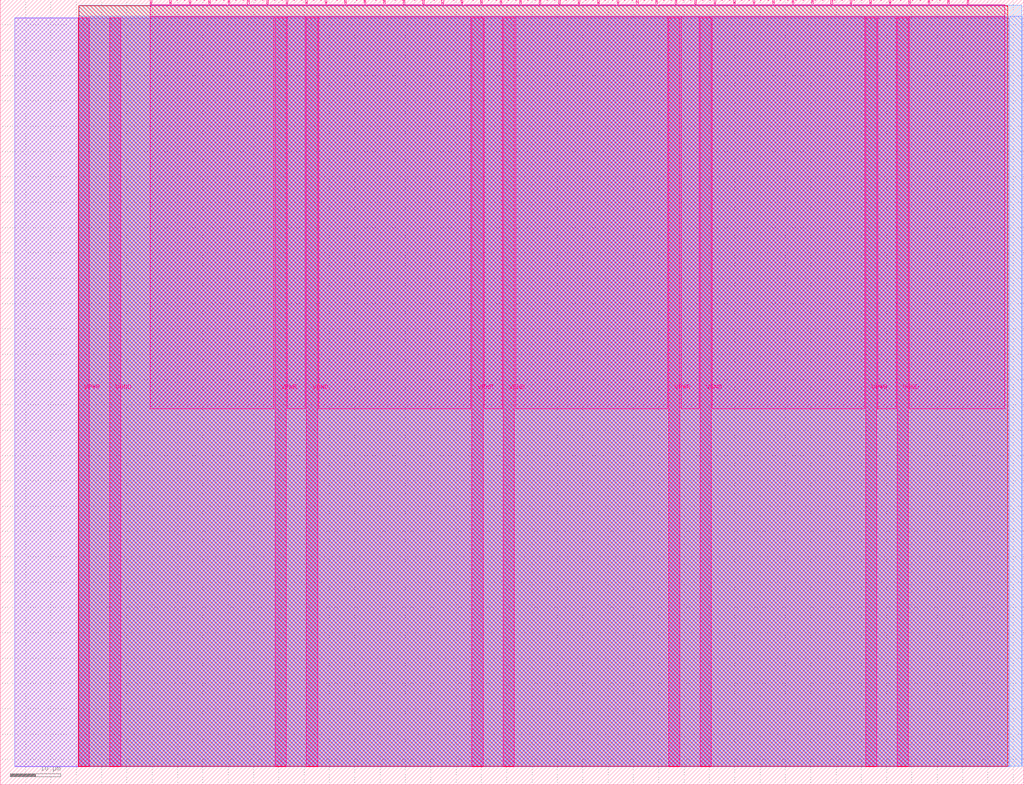
<source format=lef>
VERSION 5.7 ;
  NOWIREEXTENSIONATPIN ON ;
  DIVIDERCHAR "/" ;
  BUSBITCHARS "[]" ;
MACRO tt_um_tetrap_triggerer
  CLASS BLOCK ;
  FOREIGN tt_um_tetrap_triggerer ;
  ORIGIN 0.000 0.000 ;
  SIZE 202.080 BY 154.980 ;
  PIN VGND
    DIRECTION INOUT ;
    USE GROUND ;
    PORT
      LAYER Metal5 ;
        RECT 21.580 3.560 23.780 151.420 ;
    END
    PORT
      LAYER Metal5 ;
        RECT 60.450 3.560 62.650 151.420 ;
    END
    PORT
      LAYER Metal5 ;
        RECT 99.320 3.560 101.520 151.420 ;
    END
    PORT
      LAYER Metal5 ;
        RECT 138.190 3.560 140.390 151.420 ;
    END
    PORT
      LAYER Metal5 ;
        RECT 177.060 3.560 179.260 151.420 ;
    END
  END VGND
  PIN VPWR
    DIRECTION INOUT ;
    USE POWER ;
    PORT
      LAYER Metal5 ;
        RECT 15.380 3.560 17.580 151.420 ;
    END
    PORT
      LAYER Metal5 ;
        RECT 54.250 3.560 56.450 151.420 ;
    END
    PORT
      LAYER Metal5 ;
        RECT 93.120 3.560 95.320 151.420 ;
    END
    PORT
      LAYER Metal5 ;
        RECT 131.990 3.560 134.190 151.420 ;
    END
    PORT
      LAYER Metal5 ;
        RECT 170.860 3.560 173.060 151.420 ;
    END
  END VPWR
  PIN clk
    DIRECTION INPUT ;
    USE SIGNAL ;
    ANTENNAGATEAREA 0.213200 ;
    PORT
      LAYER Metal5 ;
        RECT 187.050 153.980 187.350 154.980 ;
    END
  END clk
  PIN ena
    DIRECTION INPUT ;
    USE SIGNAL ;
    PORT
      LAYER Metal5 ;
        RECT 190.890 153.980 191.190 154.980 ;
    END
  END ena
  PIN rst_n
    DIRECTION INPUT ;
    USE SIGNAL ;
    ANTENNAGATEAREA 0.213200 ;
    PORT
      LAYER Metal5 ;
        RECT 183.210 153.980 183.510 154.980 ;
    END
  END rst_n
  PIN ui_in[0]
    DIRECTION INPUT ;
    USE SIGNAL ;
    ANTENNAGATEAREA 0.180700 ;
    PORT
      LAYER Metal5 ;
        RECT 179.370 153.980 179.670 154.980 ;
    END
  END ui_in[0]
  PIN ui_in[1]
    DIRECTION INPUT ;
    USE SIGNAL ;
    ANTENNAGATEAREA 0.180700 ;
    PORT
      LAYER Metal5 ;
        RECT 175.530 153.980 175.830 154.980 ;
    END
  END ui_in[1]
  PIN ui_in[2]
    DIRECTION INPUT ;
    USE SIGNAL ;
    ANTENNAGATEAREA 0.180700 ;
    PORT
      LAYER Metal5 ;
        RECT 171.690 153.980 171.990 154.980 ;
    END
  END ui_in[2]
  PIN ui_in[3]
    DIRECTION INPUT ;
    USE SIGNAL ;
    PORT
      LAYER Metal5 ;
        RECT 167.850 153.980 168.150 154.980 ;
    END
  END ui_in[3]
  PIN ui_in[4]
    DIRECTION INPUT ;
    USE SIGNAL ;
    PORT
      LAYER Metal5 ;
        RECT 164.010 153.980 164.310 154.980 ;
    END
  END ui_in[4]
  PIN ui_in[5]
    DIRECTION INPUT ;
    USE SIGNAL ;
    PORT
      LAYER Metal5 ;
        RECT 160.170 153.980 160.470 154.980 ;
    END
  END ui_in[5]
  PIN ui_in[6]
    DIRECTION INPUT ;
    USE SIGNAL ;
    PORT
      LAYER Metal5 ;
        RECT 156.330 153.980 156.630 154.980 ;
    END
  END ui_in[6]
  PIN ui_in[7]
    DIRECTION INPUT ;
    USE SIGNAL ;
    PORT
      LAYER Metal5 ;
        RECT 152.490 153.980 152.790 154.980 ;
    END
  END ui_in[7]
  PIN uio_in[0]
    DIRECTION INPUT ;
    USE SIGNAL ;
    PORT
      LAYER Metal5 ;
        RECT 148.650 153.980 148.950 154.980 ;
    END
  END uio_in[0]
  PIN uio_in[1]
    DIRECTION INPUT ;
    USE SIGNAL ;
    PORT
      LAYER Metal5 ;
        RECT 144.810 153.980 145.110 154.980 ;
    END
  END uio_in[1]
  PIN uio_in[2]
    DIRECTION INPUT ;
    USE SIGNAL ;
    PORT
      LAYER Metal5 ;
        RECT 140.970 153.980 141.270 154.980 ;
    END
  END uio_in[2]
  PIN uio_in[3]
    DIRECTION INPUT ;
    USE SIGNAL ;
    PORT
      LAYER Metal5 ;
        RECT 137.130 153.980 137.430 154.980 ;
    END
  END uio_in[3]
  PIN uio_in[4]
    DIRECTION INPUT ;
    USE SIGNAL ;
    PORT
      LAYER Metal5 ;
        RECT 133.290 153.980 133.590 154.980 ;
    END
  END uio_in[4]
  PIN uio_in[5]
    DIRECTION INPUT ;
    USE SIGNAL ;
    PORT
      LAYER Metal5 ;
        RECT 129.450 153.980 129.750 154.980 ;
    END
  END uio_in[5]
  PIN uio_in[6]
    DIRECTION INPUT ;
    USE SIGNAL ;
    PORT
      LAYER Metal5 ;
        RECT 125.610 153.980 125.910 154.980 ;
    END
  END uio_in[6]
  PIN uio_in[7]
    DIRECTION INPUT ;
    USE SIGNAL ;
    PORT
      LAYER Metal5 ;
        RECT 121.770 153.980 122.070 154.980 ;
    END
  END uio_in[7]
  PIN uio_oe[0]
    DIRECTION OUTPUT ;
    USE SIGNAL ;
    ANTENNADIFFAREA 0.299200 ;
    PORT
      LAYER Metal5 ;
        RECT 56.490 153.980 56.790 154.980 ;
    END
  END uio_oe[0]
  PIN uio_oe[1]
    DIRECTION OUTPUT ;
    USE SIGNAL ;
    ANTENNADIFFAREA 0.299200 ;
    PORT
      LAYER Metal5 ;
        RECT 52.650 153.980 52.950 154.980 ;
    END
  END uio_oe[1]
  PIN uio_oe[2]
    DIRECTION OUTPUT ;
    USE SIGNAL ;
    ANTENNADIFFAREA 0.299200 ;
    PORT
      LAYER Metal5 ;
        RECT 48.810 153.980 49.110 154.980 ;
    END
  END uio_oe[2]
  PIN uio_oe[3]
    DIRECTION OUTPUT ;
    USE SIGNAL ;
    ANTENNADIFFAREA 0.299200 ;
    PORT
      LAYER Metal5 ;
        RECT 44.970 153.980 45.270 154.980 ;
    END
  END uio_oe[3]
  PIN uio_oe[4]
    DIRECTION OUTPUT ;
    USE SIGNAL ;
    ANTENNADIFFAREA 0.299200 ;
    PORT
      LAYER Metal5 ;
        RECT 41.130 153.980 41.430 154.980 ;
    END
  END uio_oe[4]
  PIN uio_oe[5]
    DIRECTION OUTPUT ;
    USE SIGNAL ;
    ANTENNADIFFAREA 0.299200 ;
    PORT
      LAYER Metal5 ;
        RECT 37.290 153.980 37.590 154.980 ;
    END
  END uio_oe[5]
  PIN uio_oe[6]
    DIRECTION OUTPUT ;
    USE SIGNAL ;
    ANTENNADIFFAREA 0.299200 ;
    PORT
      LAYER Metal5 ;
        RECT 33.450 153.980 33.750 154.980 ;
    END
  END uio_oe[6]
  PIN uio_oe[7]
    DIRECTION OUTPUT ;
    USE SIGNAL ;
    ANTENNADIFFAREA 0.299200 ;
    PORT
      LAYER Metal5 ;
        RECT 29.610 153.980 29.910 154.980 ;
    END
  END uio_oe[7]
  PIN uio_out[0]
    DIRECTION OUTPUT ;
    USE SIGNAL ;
    ANTENNADIFFAREA 0.299200 ;
    PORT
      LAYER Metal5 ;
        RECT 87.210 153.980 87.510 154.980 ;
    END
  END uio_out[0]
  PIN uio_out[1]
    DIRECTION OUTPUT ;
    USE SIGNAL ;
    ANTENNADIFFAREA 0.299200 ;
    PORT
      LAYER Metal5 ;
        RECT 83.370 153.980 83.670 154.980 ;
    END
  END uio_out[1]
  PIN uio_out[2]
    DIRECTION OUTPUT ;
    USE SIGNAL ;
    ANTENNADIFFAREA 0.299200 ;
    PORT
      LAYER Metal5 ;
        RECT 79.530 153.980 79.830 154.980 ;
    END
  END uio_out[2]
  PIN uio_out[3]
    DIRECTION OUTPUT ;
    USE SIGNAL ;
    ANTENNADIFFAREA 0.299200 ;
    PORT
      LAYER Metal5 ;
        RECT 75.690 153.980 75.990 154.980 ;
    END
  END uio_out[3]
  PIN uio_out[4]
    DIRECTION OUTPUT ;
    USE SIGNAL ;
    ANTENNADIFFAREA 0.299200 ;
    PORT
      LAYER Metal5 ;
        RECT 71.850 153.980 72.150 154.980 ;
    END
  END uio_out[4]
  PIN uio_out[5]
    DIRECTION OUTPUT ;
    USE SIGNAL ;
    ANTENNADIFFAREA 0.299200 ;
    PORT
      LAYER Metal5 ;
        RECT 68.010 153.980 68.310 154.980 ;
    END
  END uio_out[5]
  PIN uio_out[6]
    DIRECTION OUTPUT ;
    USE SIGNAL ;
    ANTENNADIFFAREA 0.299200 ;
    PORT
      LAYER Metal5 ;
        RECT 64.170 153.980 64.470 154.980 ;
    END
  END uio_out[6]
  PIN uio_out[7]
    DIRECTION OUTPUT ;
    USE SIGNAL ;
    ANTENNADIFFAREA 0.299200 ;
    PORT
      LAYER Metal5 ;
        RECT 60.330 153.980 60.630 154.980 ;
    END
  END uio_out[7]
  PIN uo_out[0]
    DIRECTION OUTPUT ;
    USE SIGNAL ;
    ANTENNADIFFAREA 0.654800 ;
    PORT
      LAYER Metal5 ;
        RECT 117.930 153.980 118.230 154.980 ;
    END
  END uo_out[0]
  PIN uo_out[1]
    DIRECTION OUTPUT ;
    USE SIGNAL ;
    ANTENNADIFFAREA 0.654800 ;
    PORT
      LAYER Metal5 ;
        RECT 114.090 153.980 114.390 154.980 ;
    END
  END uo_out[1]
  PIN uo_out[2]
    DIRECTION OUTPUT ;
    USE SIGNAL ;
    ANTENNADIFFAREA 0.299200 ;
    PORT
      LAYER Metal5 ;
        RECT 110.250 153.980 110.550 154.980 ;
    END
  END uo_out[2]
  PIN uo_out[3]
    DIRECTION OUTPUT ;
    USE SIGNAL ;
    ANTENNADIFFAREA 0.299200 ;
    PORT
      LAYER Metal5 ;
        RECT 106.410 153.980 106.710 154.980 ;
    END
  END uo_out[3]
  PIN uo_out[4]
    DIRECTION OUTPUT ;
    USE SIGNAL ;
    ANTENNADIFFAREA 0.299200 ;
    PORT
      LAYER Metal5 ;
        RECT 102.570 153.980 102.870 154.980 ;
    END
  END uo_out[4]
  PIN uo_out[5]
    DIRECTION OUTPUT ;
    USE SIGNAL ;
    ANTENNADIFFAREA 0.299200 ;
    PORT
      LAYER Metal5 ;
        RECT 98.730 153.980 99.030 154.980 ;
    END
  END uo_out[5]
  PIN uo_out[6]
    DIRECTION OUTPUT ;
    USE SIGNAL ;
    ANTENNADIFFAREA 0.299200 ;
    PORT
      LAYER Metal5 ;
        RECT 94.890 153.980 95.190 154.980 ;
    END
  END uo_out[6]
  PIN uo_out[7]
    DIRECTION OUTPUT ;
    USE SIGNAL ;
    ANTENNADIFFAREA 0.299200 ;
    PORT
      LAYER Metal5 ;
        RECT 91.050 153.980 91.350 154.980 ;
    END
  END uo_out[7]
  OBS
      LAYER GatPoly ;
        RECT 2.880 3.630 199.200 151.350 ;
      LAYER Metal1 ;
        RECT 2.880 3.560 199.200 151.420 ;
      LAYER Metal2 ;
        RECT 15.515 3.680 201.745 151.720 ;
      LAYER Metal3 ;
        RECT 15.560 3.635 201.700 153.865 ;
      LAYER Metal4 ;
        RECT 15.515 3.680 198.865 153.820 ;
      LAYER Metal5 ;
        RECT 30.120 153.770 33.240 153.980 ;
        RECT 33.960 153.770 37.080 153.980 ;
        RECT 37.800 153.770 40.920 153.980 ;
        RECT 41.640 153.770 44.760 153.980 ;
        RECT 45.480 153.770 48.600 153.980 ;
        RECT 49.320 153.770 52.440 153.980 ;
        RECT 53.160 153.770 56.280 153.980 ;
        RECT 57.000 153.770 60.120 153.980 ;
        RECT 60.840 153.770 63.960 153.980 ;
        RECT 64.680 153.770 67.800 153.980 ;
        RECT 68.520 153.770 71.640 153.980 ;
        RECT 72.360 153.770 75.480 153.980 ;
        RECT 76.200 153.770 79.320 153.980 ;
        RECT 80.040 153.770 83.160 153.980 ;
        RECT 83.880 153.770 87.000 153.980 ;
        RECT 87.720 153.770 90.840 153.980 ;
        RECT 91.560 153.770 94.680 153.980 ;
        RECT 95.400 153.770 98.520 153.980 ;
        RECT 99.240 153.770 102.360 153.980 ;
        RECT 103.080 153.770 106.200 153.980 ;
        RECT 106.920 153.770 110.040 153.980 ;
        RECT 110.760 153.770 113.880 153.980 ;
        RECT 114.600 153.770 117.720 153.980 ;
        RECT 118.440 153.770 121.560 153.980 ;
        RECT 122.280 153.770 125.400 153.980 ;
        RECT 126.120 153.770 129.240 153.980 ;
        RECT 129.960 153.770 133.080 153.980 ;
        RECT 133.800 153.770 136.920 153.980 ;
        RECT 137.640 153.770 140.760 153.980 ;
        RECT 141.480 153.770 144.600 153.980 ;
        RECT 145.320 153.770 148.440 153.980 ;
        RECT 149.160 153.770 152.280 153.980 ;
        RECT 153.000 153.770 156.120 153.980 ;
        RECT 156.840 153.770 159.960 153.980 ;
        RECT 160.680 153.770 163.800 153.980 ;
        RECT 164.520 153.770 167.640 153.980 ;
        RECT 168.360 153.770 171.480 153.980 ;
        RECT 172.200 153.770 175.320 153.980 ;
        RECT 176.040 153.770 179.160 153.980 ;
        RECT 179.880 153.770 183.000 153.980 ;
        RECT 183.720 153.770 186.840 153.980 ;
        RECT 187.560 153.770 190.680 153.980 ;
        RECT 191.400 153.770 198.340 153.980 ;
        RECT 29.660 151.630 198.340 153.770 ;
        RECT 29.660 74.195 54.040 151.630 ;
        RECT 56.660 74.195 60.240 151.630 ;
        RECT 62.860 74.195 92.910 151.630 ;
        RECT 95.530 74.195 99.110 151.630 ;
        RECT 101.730 74.195 131.780 151.630 ;
        RECT 134.400 74.195 137.980 151.630 ;
        RECT 140.600 74.195 170.650 151.630 ;
        RECT 173.270 74.195 176.850 151.630 ;
        RECT 179.470 74.195 198.340 151.630 ;
  END
END tt_um_tetrap_triggerer
END LIBRARY


</source>
